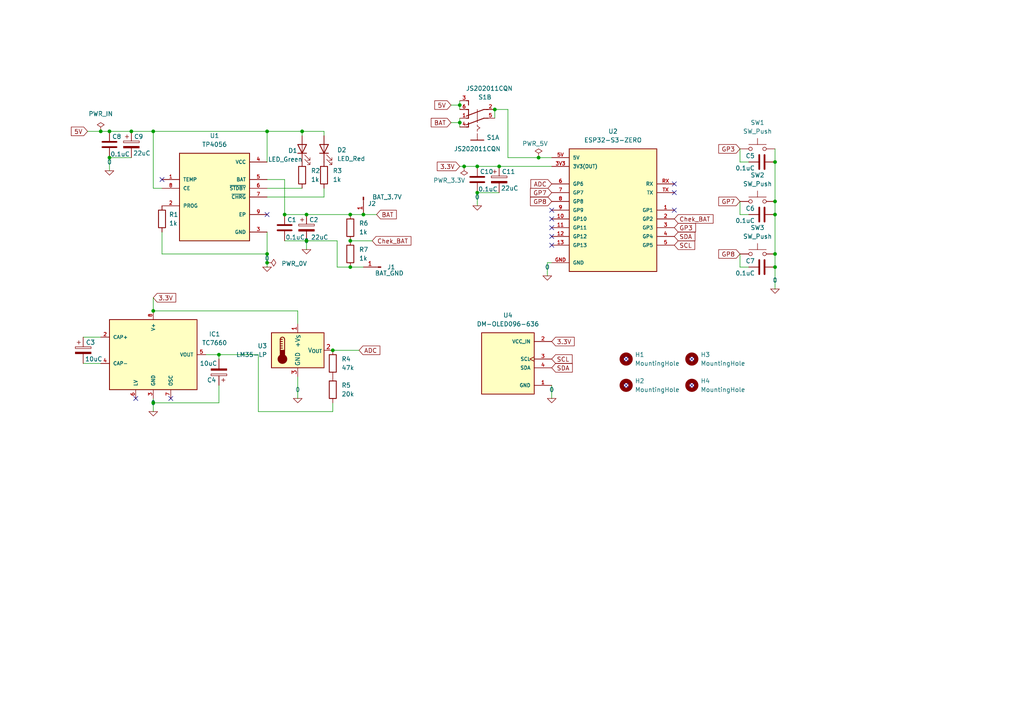
<source format=kicad_sch>
(kicad_sch (version 20231120) (generator "eeschema") (generator_version "8.0")
  (paper "A4")
  (lib_symbols
    (symbol "Connector:Conn_01x01_Pin" (pin_names (offset 1.016) hide)
      (property "Reference" "J" (at 0 2.54 0))
      (property "Value" "Conn_01x01_Pin" (at 0 -2.54 0))
      (symbol "Conn_01x01_Pin_1_1"
        (polyline (pts (xy 1.27 0) (xy 0.8636 0)) (stroke (width 0.1524)))
        (rectangle (start 0.8636 0.127) (end 0 -0.127) (stroke (width 0.1524)) (fill (type outline)))
        (pin passive line (at 5.08 0 180) (length 3.81) (name "Pin_1") (number "1"))
      )
    )
    (symbol "Device:C" (pin_numbers hide) (pin_names (offset 0.254))
      (property "Reference" "C" (at 0.635 2.54 0))
      (property "Value" "C" (at 0.635 -2.54 0))
      (symbol "C_0_1"
        (polyline (pts (xy -2.032 -0.762) (xy 2.032 -0.762)) (stroke (width 0.508)))
        (polyline (pts (xy -2.032 0.762) (xy 2.032 0.762)) (stroke (width 0.508)))
      )
      (symbol "C_1_1"
        (pin passive line (at 0 3.81 270) (length 2.794) (name "~") (number "1"))
        (pin passive line (at 0 -3.81 90) (length 2.794) (name "~") (number "2"))
      )
    )
    (symbol "Device:C_Polarized" (pin_numbers hide) (pin_names (offset 0.254))
      (property "Reference" "C" (at 0.635 2.54 0))
      (property "Value" "C_Polarized" (at 0.635 -2.54 0))
      (symbol "C_Polarized_0_1"
        (rectangle (start -2.286 0.508) (end 2.286 1.016))
        (polyline (pts (xy -1.778 2.286) (xy -0.762 2.286)))
        (polyline (pts (xy -1.27 2.794) (xy -1.27 1.778)))
        (rectangle (start 2.286 -0.508) (end -2.286 -1.016) (fill (type outline)))
      )
      (symbol "C_Polarized_1_1"
        (pin passive line (at 0 3.81 270) (length 2.794) (name "~") (number "1"))
        (pin passive line (at 0 -3.81 90) (length 2.794) (name "~") (number "2"))
      )
    )
    (symbol "Device:LED" (pin_numbers hide) (pin_names (offset 1.016) hide)
      (property "Reference" "D" (at 0 2.54 0))
      (property "Value" "LED" (at 0 -2.54 0))
      (symbol "LED_0_1"
        (polyline (pts (xy -1.27 -1.27) (xy -1.27 1.27)) (stroke (width 0.254)))
        (polyline (pts (xy -1.27 0) (xy 1.27 0)))
        (polyline (pts (xy 1.27 -1.27) (xy 1.27 1.27) (xy -1.27 0) (xy 1.27 -1.27)) (stroke (width 0.254)))
        (polyline (pts (xy -3.048 -0.762) (xy -4.572 -2.286) (xy -3.81 -2.286) (xy -4.572 -2.286) (xy -4.572 -1.524)))
        (polyline (pts (xy -1.778 -0.762) (xy -3.302 -2.286) (xy -2.54 -2.286) (xy -3.302 -2.286) (xy -3.302 -1.524)))
      )
      (symbol "LED_1_1"
        (pin passive line (at -3.81 0 0) (length 2.54) (name "K") (number "1"))
        (pin passive line (at 3.81 0 180) (length 2.54) (name "A") (number "2"))
      )
    )
    (symbol "Device:R" (pin_numbers hide) (pin_names (offset 0))
      (property "Reference" "R" (at 2.032 0 90))
      (property "Value" "R" (at 0 0 90))
      (symbol "R_0_1"
        (rectangle (start -1.016 -2.54) (end 1.016 2.54) (stroke (width 0.254)))
      )
      (symbol "R_1_1"
        (pin passive line (at 0 3.81 270) (length 1.27) (name "~") (number "1"))
        (pin passive line (at 0 -3.81 90) (length 1.27) (name "~") (number "2"))
      )
    )
    (symbol "Mechanical:MountingHole" (pin_names (offset 1.016)) (exclude_from_sim yes) (in_bom no)
      (property "Reference" "H" (at 0 5.08 0))
      (property "Value" "MountingHole" (at 0 3.175 0))
      (symbol "MountingHole_0_1"
        (circle (center 0 0) (radius 1.27) (stroke (width 1.27)))
      )
    )
    (symbol "OLED:DM-OLED096-636" (pin_names (offset 1.016))
      (property "Reference" "U" (at -7.62 10.922 0))
      (property "Value" "DM-OLED096-636" (at -7.62 -10.16 0))
      (symbol "DM-OLED096-636_0_0"
        (rectangle (start -7.62 -7.62) (end 7.62 10.16) (stroke (width 0.254)) (fill (type background)))
        (pin power_in line (at 12.7 -5.08 180) (length 5.08) (name "GND") (number "1"))
        (pin power_in line (at 12.7 7.62 180) (length 5.08) (name "VCC_IN") (number "2"))
        (pin input clock (at 12.7 2.54 180) (length 5.08) (name "SCL") (number "3"))
        (pin bidirectional line (at 12.7 0 180) (length 5.08) (name "SDA") (number "4"))
      )
    )
    (symbol "Sensor_Temperature:LM35-LP"
      (property "Reference" "U" (at -6.35 6.35 0))
      (property "Value" "LM35-LP" (at 1.27 6.35 0))
      (symbol "LM35-LP_0_1"
        (rectangle (start -7.62 5.08) (end 7.62 -5.08) (stroke (width 0.254)) (fill (type background)))
        (circle (center -4.445 -2.54) (radius 1.27) (stroke (width 0.254)) (fill (type outline)))
        (rectangle (start -3.81 -1.905) (end -5.08 0) (stroke (width 0.254)) (fill (type outline)))
        (arc (start -3.81 3.175) (mid -4.445 3.8073) (end -5.08 3.175) (stroke (width 0.254)))
        (polyline (pts (xy -5.08 0.635) (xy -4.445 0.635)) (stroke (width 0.254)))
        (polyline (pts (xy -5.08 1.27) (xy -4.445 1.27)) (stroke (width 0.254)))
        (polyline (pts (xy -5.08 1.905) (xy -4.445 1.905)) (stroke (width 0.254)))
        (polyline (pts (xy -5.08 2.54) (xy -4.445 2.54)) (stroke (width 0.254)))
        (polyline (pts (xy -5.08 3.175) (xy -5.08 0)) (stroke (width 0.254)))
        (polyline (pts (xy -5.08 3.175) (xy -4.445 3.175)) (stroke (width 0.254)))
        (polyline (pts (xy -3.81 3.175) (xy -3.81 0)) (stroke (width 0.254)))
      )
      (symbol "LM35-LP_1_1"
        (pin power_in line (at 0 7.62 270) (length 2.54) (name "+V_{S}") (number "1"))
        (pin output line (at 10.16 0 180) (length 2.54) (name "V_{OUT}") (number "2"))
        (pin power_in line (at 0 -7.62 90) (length 2.54) (name "GND") (number "3"))
      )
    )
    (symbol "Simulation_SPICE:0" (power) (pin_numbers hide) (pin_names (offset 0) hide)
      (property "Value" "0" (at 0 -2.54 0))
      (symbol "0_0_1"
        (polyline (pts (xy -1.27 0) (xy 0 -1.27) (xy 1.27 0) (xy -1.27 0)))
      )
      (symbol "0_1_1"
        (pin power_in line (at 0 0 0) (length 0) (name "~") (number "1"))
      )
    )
    (symbol "Switch:SW_Push" (pin_numbers hide) (pin_names (offset 1.016) hide)
      (property "Reference" "SW" (at 1.27 2.54 0))
      (property "Value" "SW_Push" (at 0 -1.524 0))
      (symbol "SW_Push_0_1"
        (circle (center -2.032 0) (radius 0.508))
        (polyline (pts (xy 0 1.27) (xy 0 3.048)))
        (polyline (pts (xy 2.54 1.27) (xy -2.54 1.27)))
        (circle (center 2.032 0) (radius 0.508))
        (pin passive line (at -5.08 0 0) (length 2.54) (name "1") (number "1"))
        (pin passive line (at 5.08 0 180) (length 2.54) (name "2") (number "2"))
      )
    )
    (symbol "TC7660:TC7660" (pin_names (offset 1.016))
      (property "Reference" "IC" (at -12.7124 12.7124 0))
      (property "Value" "TC7660" (at 2.5439 12.7196 0))
      (symbol "TC7660_0_0"
        (rectangle (start -12.7 -10.16) (end 12.7 10.16) (stroke (width 0.254)) (fill (type background)))
        (pin bidirectional line (at -15.24 5.08 0) (length 2.54) (name "CAP+") (number "2"))
        (pin bidirectional line (at 0 -12.7 90) (length 2.54) (name "GND") (number "3"))
        (pin bidirectional line (at -15.24 -2.54 0) (length 2.54) (name "CAP-") (number "4"))
        (pin bidirectional line (at 15.24 0 180) (length 2.54) (name "VOUT") (number "5"))
        (pin bidirectional line (at -5.08 -12.7 90) (length 2.54) (name "LV") (number "6"))
        (pin bidirectional line (at 5.08 -12.7 90) (length 2.54) (name "OSC") (number "7"))
        (pin bidirectional line (at 0 12.7 270) (length 2.54) (name "V+") (number "8"))
      )
    )
    (symbol "TP4056_IC:TP4056" (pin_names (offset 1.016))
      (property "Reference" "U" (at -10.16 13.208 0))
      (property "Value" "TP4056" (at -10.16 -15.24 0))
      (symbol "TP4056_0_0"
        (rectangle (start -10.16 -12.7) (end 10.16 12.7) (stroke (width 0.254)) (fill (type background)))
        (pin input line (at -15.24 5.08 0) (length 5.08) (name "TEMP") (number "1"))
        (pin bidirectional line (at -15.24 -2.54 0) (length 5.08) (name "PROG") (number "2"))
        (pin power_in line (at 15.24 -10.16 180) (length 5.08) (name "GND") (number "3"))
        (pin power_in line (at 15.24 10.16 180) (length 5.08) (name "VCC") (number "4"))
        (pin output line (at 15.24 5.08 180) (length 5.08) (name "BAT") (number "5"))
        (pin output line (at 15.24 2.54 180) (length 5.08) (name "~{STDBY}") (number "6"))
        (pin output line (at 15.24 0 180) (length 5.08) (name "~{CHRG}") (number "7"))
        (pin input line (at -15.24 2.54 0) (length 5.08) (name "CE") (number "8"))
        (pin passive line (at 15.24 -5.08 180) (length 5.08) (name "EP") (number "9"))
      )
    )
    (symbol "esp32s3Zero:ESP32-S3-ZERO" (pin_names (offset 1.016))
      (property "Reference" "U" (at -12.7 18.542 0))
      (property "Value" "ESP32-S3-ZERO" (at -12.7 -20.32 0))
      (symbol "ESP32-S3-ZERO_0_0"
        (pin bidirectional line (at -17.78 0 0) (length 5.08) (name "GP1") (number "1"))
        (pin bidirectional line (at 17.78 -2.54 180) (length 5.08) (name "GP10") (number "10"))
        (pin bidirectional line (at 17.78 -5.08 180) (length 5.08) (name "GP11") (number "11"))
        (pin bidirectional line (at 17.78 -7.62 180) (length 5.08) (name "GP12") (number "12"))
        (pin bidirectional line (at 17.78 -10.16 180) (length 5.08) (name "GP13") (number "13"))
        (pin bidirectional line (at -17.78 -2.54 0) (length 5.08) (name "GP2") (number "2"))
        (pin bidirectional line (at -17.78 -5.08 0) (length 5.08) (name "GP3") (number "3"))
        (pin power_in line (at 17.78 12.7 180) (length 5.08) (name "3V3(OUT)") (number "3V3"))
        (pin bidirectional line (at -17.78 -7.62 0) (length 5.08) (name "GP4") (number "4"))
        (pin bidirectional line (at -17.78 -10.16 0) (length 5.08) (name "GP5") (number "5"))
        (pin power_in line (at 17.78 15.24 180) (length 5.08) (name "5V") (number "5V"))
        (pin bidirectional line (at 17.78 7.62 180) (length 5.08) (name "GP6") (number "6"))
        (pin bidirectional line (at 17.78 5.08 180) (length 5.08) (name "GP7") (number "7"))
        (pin bidirectional line (at 17.78 2.54 180) (length 5.08) (name "GP8") (number "8"))
        (pin bidirectional line (at 17.78 0 180) (length 5.08) (name "GP9") (number "9"))
        (pin power_in line (at 17.78 -15.24 180) (length 5.08) (name "GND") (number "GND"))
        (pin input line (at -17.78 7.62 0) (length 5.08) (name "RX") (number "RX"))
        (pin output line (at -17.78 5.08 0) (length 5.08) (name "TX") (number "TX"))
      )
      (symbol "ESP32-S3-ZERO_1_0"
        (rectangle (start -12.7 17.78) (end 12.7 -17.78) (stroke (width 0.254)) (fill (type background)))
      )
    )
    (symbol "power:PWR_FLAG" (power) (pin_numbers hide) (pin_names (offset 0) hide)
      (property "Value" "PWR_FLAG" (at 0 3.81 0))
      (symbol "PWR_FLAG_0_0"
        (pin power_out line (at 0 0 90) (length 0) (name "~") (number "1"))
      )
      (symbol "PWR_FLAG_0_1"
        (polyline (pts (xy 0 0) (xy 0 1.27) (xy -1.016 1.905) (xy 0 2.54) (xy 1.016 1.905) (xy 0 1.27)))
      )
    )
    (symbol "switch_JS202011CQN:JS202011CQN" (pin_names (offset 1.016))
      (property "Reference" "S" (at 0 0 0))
      (property "Value" "JS202011CQN" (at -3.8134 3.1778 90))
      (symbol "JS202011CQN_1_0"
        (polyline (pts (xy -3.81 0) (xy -3.81 -1.905)) (stroke (width 0.254)))
        (polyline (pts (xy -3.81 0) (xy -1.905 0)) (stroke (width 0.1524)))
        (polyline (pts (xy -3.81 1.905) (xy -3.81 0)) (stroke (width 0.254)))
        (polyline (pts (xy -1.27 0) (xy -0.762 0)) (stroke (width 0.1524)))
        (polyline (pts (xy -0.762 0) (xy -0.254 -0.762)) (stroke (width 0.1524)))
        (polyline (pts (xy -0.254 -0.762) (xy 0.254 0)) (stroke (width 0.1524)))
        (polyline (pts (xy 0 2.54) (xy 0 3.175)) (stroke (width 0.254)))
        (polyline (pts (xy 0 2.54) (xy 1.27 2.54)) (stroke (width 0.254)))
        (polyline (pts (xy 0.254 0) (xy 0.635 0)) (stroke (width 0.1524)))
        (polyline (pts (xy 1.27 0) (xy 2.54 0)) (stroke (width 0.1524)))
        (polyline (pts (xy 2.54 -3.175) (xy 2.54 -1.905)) (stroke (width 0.254)))
        (polyline (pts (xy 2.54 -1.905) (xy 0.635 3.175)) (stroke (width 0.254)))
        (polyline (pts (xy 3.175 0) (xy 3.81 0)) (stroke (width 0.1524)))
        (polyline (pts (xy 3.81 2.54) (xy 5.08 2.54)) (stroke (width 0.254)))
        (polyline (pts (xy 4.445 0) (xy 5.08 0)) (stroke (width 0.1524)))
        (polyline (pts (xy 5.08 2.54) (xy 5.08 3.175)) (stroke (width 0.254)))
        (pin passive line (at 0 5.08 270) (length 2.54) (name "~") (number "4"))
        (pin passive line (at 2.54 -5.08 90) (length 2.54) (name "~") (number "5"))
        (pin passive line (at 5.08 5.08 270) (length 2.54) (name "~") (number "6"))
      )
      (symbol "JS202011CQN_2_0"
        (polyline (pts (xy -3.175 0) (xy -3.81 0)) (stroke (width 0.1524)))
        (polyline (pts (xy -2.54 2.54) (xy -2.54 3.175)) (stroke (width 0.254)))
        (polyline (pts (xy -2.54 2.54) (xy -1.27 2.54)) (stroke (width 0.254)))
        (polyline (pts (xy -1.905 0) (xy -2.54 0)) (stroke (width 0.1524)))
        (polyline (pts (xy -0.635 0) (xy -1.27 0)) (stroke (width 0.1524)))
        (polyline (pts (xy 0 -3.175) (xy 0 -1.905)) (stroke (width 0.254)))
        (polyline (pts (xy 0 -1.905) (xy -1.905 3.175)) (stroke (width 0.254)))
        (polyline (pts (xy 1.27 2.54) (xy 2.54 2.54)) (stroke (width 0.254)))
        (polyline (pts (xy 2.54 2.54) (xy 2.54 3.175)) (stroke (width 0.254)))
        (pin passive line (at -2.54 5.08 270) (length 2.54) (name "~") (number "1"))
        (pin passive line (at 0 -5.08 90) (length 2.54) (name "~") (number "2"))
        (pin passive line (at 2.54 5.08 270) (length 2.54) (name "~") (number "3"))
      )
    )
  )
  (junction (at 134.62 48.26))
  (junction (at 44.45 90.17))
  (junction (at 224.79 62.23))
  (junction (at 88.9 69.85))
  (junction (at 144.78 48.26))
  (junction (at 133.35 30.48))
  (junction (at 77.47 73.66))
  (junction (at 224.79 77.47))
  (junction (at 88.9 62.23))
  (junction (at 105.41 62.23))
  (junction (at 87.63 38.1))
  (junction (at 143.51 31.75))
  (junction (at 138.43 55.88))
  (junction (at 82.55 62.23))
  (junction (at 29.21 38.1))
  (junction (at 101.6 62.23))
  (junction (at 133.35 35.56))
  (junction (at 31.75 38.1))
  (junction (at 38.1 38.1))
  (junction (at 138.43 48.26))
  (junction (at 156.21 45.72))
  (junction (at 44.45 38.1))
  (junction (at 77.47 38.1))
  (junction (at 63.5 102.87))
  (junction (at 31.75 45.72))
  (junction (at 224.79 73.66))
  (junction (at 96.52 101.6))
  (junction (at 101.6 69.85))
  (junction (at 101.6 77.47))
  (junction (at 77.47 76.2))
  (junction (at 224.79 46.99))
  (junction (at 224.79 58.42))
  (junction (at 44.45 116.84))
  (no_connect (at 39.37 115.57))
  (no_connect (at 160.02 60.96))
  (no_connect (at 160.02 63.5))
  (no_connect (at 195.58 60.96))
  (no_connect (at 181.61 104.14))
  (no_connect (at 77.47 62.23))
  (no_connect (at 49.53 115.57))
  (no_connect (at 160.02 66.04))
  (no_connect (at 195.58 53.34))
  (no_connect (at 160.02 71.12))
  (no_connect (at 200.66 104.14))
  (no_connect (at 200.66 111.76))
  (no_connect (at 160.02 68.58))
  (no_connect (at 181.61 111.76))
  (no_connect (at 46.99 52.07))
  (no_connect (at 195.58 55.88))
  (wire (pts (xy 44.45 116.84) (xy 44.45 115.57)))
  (wire (pts (xy 86.36 90.17) (xy 86.36 93.98)))
  (wire (pts (xy 82.55 62.23) (xy 88.9 62.23)))
  (wire (pts (xy 224.79 43.18) (xy 224.79 46.99)))
  (wire (pts (xy 133.35 48.26) (xy 134.62 48.26)))
  (wire (pts (xy 138.43 55.88) (xy 144.78 55.88)))
  (wire (pts (xy 44.45 116.84) (xy 63.5 116.84)))
  (wire (pts (xy 160.02 115.57) (xy 160.02 111.76)))
  (wire (pts (xy 97.79 77.47) (xy 101.6 77.47)))
  (wire (pts (xy 224.79 46.99) (xy 224.79 58.42)))
  (wire (pts (xy 224.79 62.23) (xy 224.79 73.66)))
  (wire (pts (xy 105.41 77.47) (xy 101.6 77.47)))
  (wire (pts (xy 217.17 62.23) (xy 214.63 62.23)))
  (wire (pts (xy 104.14 101.6) (xy 96.52 101.6)))
  (wire (pts (xy 59.69 102.87) (xy 63.5 102.87)))
  (wire (pts (xy 138.43 59.69) (xy 138.43 55.88)))
  (wire (pts (xy 97.79 69.85) (xy 88.9 69.85)))
  (wire (pts (xy 156.21 45.72) (xy 147.32 45.72)))
  (wire (pts (xy 77.47 54.61) (xy 87.63 54.61)))
  (wire (pts (xy 24.13 97.79) (xy 29.21 97.79)))
  (wire (pts (xy 217.17 46.99) (xy 214.63 46.99)))
  (wire (pts (xy 158.75 76.2) (xy 160.02 76.2)))
  (wire (pts (xy 82.55 52.07) (xy 82.55 62.23)))
  (wire (pts (xy 101.6 62.23) (xy 88.9 62.23)))
  (wire (pts (xy 44.45 90.17) (xy 86.36 90.17)))
  (wire (pts (xy 147.32 31.75) (xy 143.51 31.75)))
  (wire (pts (xy 87.63 38.1) (xy 93.98 38.1)))
  (wire (pts (xy 93.98 38.1) (xy 93.98 39.37)))
  (wire (pts (xy 24.13 105.41) (xy 29.21 105.41)))
  (wire (pts (xy 63.5 102.87) (xy 74.93 102.87)))
  (wire (pts (xy 31.75 49.53) (xy 31.75 45.72)))
  (wire (pts (xy 224.79 58.42) (xy 224.79 62.23)))
  (wire (pts (xy 224.79 77.47) (xy 224.79 83.82)))
  (wire (pts (xy 105.41 62.23) (xy 109.22 62.23)))
  (wire (pts (xy 101.6 62.23) (xy 105.41 62.23)))
  (wire (pts (xy 88.9 72.39) (xy 88.9 69.85)))
  (wire (pts (xy 63.5 116.84) (xy 63.5 111.76)))
  (wire (pts (xy 44.45 86.36) (xy 44.45 90.17)))
  (wire (pts (xy 87.63 38.1) (xy 77.47 38.1)))
  (wire (pts (xy 46.99 73.66) (xy 77.47 73.66)))
  (wire (pts (xy 31.75 38.1) (xy 38.1 38.1)))
  (wire (pts (xy 133.35 29.21) (xy 133.35 30.48)))
  (wire (pts (xy 87.63 39.37) (xy 87.63 38.1)))
  (wire (pts (xy 107.95 69.85) (xy 101.6 69.85)))
  (wire (pts (xy 133.35 30.48) (xy 133.35 31.75)))
  (wire (pts (xy 97.79 69.85) (xy 97.79 77.47)))
  (wire (pts (xy 82.55 69.85) (xy 88.9 69.85)))
  (wire (pts (xy 93.98 57.15) (xy 77.47 57.15)))
  (wire (pts (xy 130.81 35.56) (xy 133.35 35.56)))
  (wire (pts (xy 77.47 38.1) (xy 77.47 46.99)))
  (wire (pts (xy 46.99 54.61) (xy 44.45 54.61)))
  (wire (pts (xy 214.63 77.47) (xy 214.63 73.66)))
  (wire (pts (xy 63.5 102.87) (xy 63.5 104.14)))
  (wire (pts (xy 96.52 119.38) (xy 96.52 116.84)))
  (wire (pts (xy 44.45 54.61) (xy 44.45 38.1)))
  (wire (pts (xy 29.21 38.1) (xy 31.75 38.1)))
  (wire (pts (xy 44.45 119.38) (xy 44.45 116.84)))
  (wire (pts (xy 77.47 76.2) (xy 77.47 77.47)))
  (wire (pts (xy 77.47 67.31) (xy 77.47 73.66)))
  (wire (pts (xy 143.51 31.75) (xy 143.51 34.29)))
  (wire (pts (xy 44.45 38.1) (xy 77.47 38.1)))
  (wire (pts (xy 138.43 48.26) (xy 144.78 48.26)))
  (wire (pts (xy 224.79 73.66) (xy 224.79 77.47)))
  (wire (pts (xy 74.93 119.38) (xy 96.52 119.38)))
  (wire (pts (xy 25.4 38.1) (xy 29.21 38.1)))
  (wire (pts (xy 144.78 48.26) (xy 160.02 48.26)))
  (wire (pts (xy 74.93 102.87) (xy 74.93 119.38)))
  (wire (pts (xy 214.63 46.99) (xy 214.63 43.18)))
  (wire (pts (xy 160.02 45.72) (xy 156.21 45.72)))
  (wire (pts (xy 38.1 38.1) (xy 44.45 38.1)))
  (wire (pts (xy 133.35 34.29) (xy 133.35 35.56)))
  (wire (pts (xy 147.32 45.72) (xy 147.32 31.75)))
  (wire (pts (xy 158.75 80.01) (xy 158.75 76.2)))
  (wire (pts (xy 31.75 45.72) (xy 38.1 45.72)))
  (wire (pts (xy 93.98 54.61) (xy 93.98 57.15)))
  (wire (pts (xy 217.17 77.47) (xy 214.63 77.47)))
  (wire (pts (xy 77.47 73.66) (xy 77.47 76.2)))
  (wire (pts (xy 133.35 35.56) (xy 133.35 36.83)))
  (wire (pts (xy 46.99 67.31) (xy 46.99 73.66)))
  (wire (pts (xy 214.63 62.23) (xy 214.63 58.42)))
  (wire (pts (xy 86.36 115.57) (xy 86.36 109.22)))
  (wire (pts (xy 130.81 30.48) (xy 133.35 30.48)))
  (wire (pts (xy 77.47 52.07) (xy 82.55 52.07)))
  (wire (pts (xy 134.62 48.26) (xy 138.43 48.26)))
  (global_label "SCL" (shape input) (at 195.58 71.12 0) (property "Intersheetrefs" "${INTERSHEET_REFS}" (effects (hide yes))))
  (global_label "SDA" (shape input) (at 195.58 68.58 0) (property "Intersheetrefs" "${INTERSHEET_REFS}" (effects (hide yes))))
  (global_label "Chek_BAT" (shape input) (at 107.95 69.85 0) (property "Intersheetrefs" "${INTERSHEET_REFS}" (effects (hide yes))))
  (global_label "ADC" (shape input) (at 104.14 101.6 0) (property "Intersheetrefs" "${INTERSHEET_REFS}" (effects (hide yes))))
  (global_label "GP8" (shape input) (at 214.63 73.66 180) (property "Intersheetrefs" "${INTERSHEET_REFS}" (effects (hide yes))))
  (global_label "GP3" (shape input) (at 195.58 66.04 0) (property "Intersheetrefs" "${INTERSHEET_REFS}" (effects (hide yes))))
  (global_label "GP3" (shape input) (at 214.63 43.18 180) (property "Intersheetrefs" "${INTERSHEET_REFS}" (effects (hide yes))))
  (global_label "5V" (shape input) (at 25.4 38.1 180) (property "Intersheetrefs" "${INTERSHEET_REFS}" (effects (hide yes))))
  (global_label "5V" (shape input) (at 130.81 30.48 180) (property "Intersheetrefs" "${INTERSHEET_REFS}" (effects (hide yes))))
  (global_label "SCL" (shape input) (at 160.02 104.14 0) (property "Intersheetrefs" "${INTERSHEET_REFS}" (effects (hide yes))))
  (global_label "3.3V" (shape input) (at 44.45 86.36 0) (property "Intersheetrefs" "${INTERSHEET_REFS}" (effects (hide yes))))
  (global_label "GP7" (shape input) (at 214.63 58.42 180) (property "Intersheetrefs" "${INTERSHEET_REFS}" (effects (hide yes))))
  (global_label "3.3V" (shape input) (at 160.02 99.06 0) (property "Intersheetrefs" "${INTERSHEET_REFS}" (effects (hide yes))))
  (global_label "ADC" (shape input) (at 160.02 53.34 180) (property "Intersheetrefs" "${INTERSHEET_REFS}" (effects (hide yes))))
  (global_label "BAT" (shape input) (at 130.81 35.56 180) (property "Intersheetrefs" "${INTERSHEET_REFS}" (effects (hide yes))))
  (global_label "BAT" (shape input) (at 109.22 62.23 0) (property "Intersheetrefs" "${INTERSHEET_REFS}" (effects (hide yes))))
  (global_label "Chek_BAT" (shape input) (at 195.58 63.5 0) (property "Intersheetrefs" "${INTERSHEET_REFS}" (effects (hide yes))))
  (global_label "3.3V" (shape input) (at 133.35 48.26 180) (property "Intersheetrefs" "${INTERSHEET_REFS}" (effects (hide yes))))
  (global_label "GP8" (shape input) (at 160.02 58.42 180) (property "Intersheetrefs" "${INTERSHEET_REFS}" (effects (hide yes))))
  (global_label "GP7" (shape input) (at 160.02 55.88 180) (property "Intersheetrefs" "${INTERSHEET_REFS}" (effects (hide yes))))
  (global_label "SDA" (shape input) (at 160.02 106.68 0) (property "Intersheetrefs" "${INTERSHEET_REFS}" (effects (hide yes))))
  (symbol (lib_id "esp32s3Zero:ESP32-S3-ZERO") (at 177.8 60.96 0) (mirror y) (unit 1)
    (property "Reference" "U2" (at 177.8 38.1 0))
    (property "Value" "ESP32-S3-ZERO" (at 177.8 40.64 0))
    (property "Footprint" "esp32s3Zero:MODULE_ESP32-S3-ZERO" (effects (hide yes)))
    (property "MF" "Waveshare Electronics" (effects (hide yes)))
    (property "MAXIMUM_PACKAGE_HEIGHT" "4.35mm" (effects (hide yes)))
    (property "CREATOR" "ANA" (effects (hide yes)))
    (property "Price" "None" (effects (hide yes)))
    (property "Package" "None" (effects (hide yes)))
    (property "Check_prices" "https://www.snapeda.com/parts/ESP32-S3-Zero/Waveshare+Electronics/view-part/?ref=eda" (effects (hide yes)))
    (property "STANDARD" "Manufacturer Recommendations" (effects (hide yes)))
    (property "PARTREV" "NA" (effects (hide yes)))
    (property "VERIFIER" "RODRIGO" (effects (hide yes)))
    (property "SnapEDA_Link" "https://www.snapeda.com/parts/ESP32-S3-Zero/Waveshare+Electronics/view-part/?ref=snap" (effects (hide yes)))
    (property "MP" "ESP32-S3-Zero" (effects (hide yes)))
    (property "Description_1" "\n                        \n                            ESP32-S3 Mini Development Board, Based on ESP32-S3FH4R2 Dual-Core Processor, 240MHz Running Frequency, 2.4GHz Wi-Fi & Bluetooth 5\n                        \n" (effects (hide yes)))
    (property "Availability" "Not in stock" (effects (hide yes)))
    (property "MANUFACTURER" "Waveshare" (effects (hide yes)))
  )
  (symbol (lib_id "Device:LED") (at 93.98 43.18 90) (unit 1)
    (property "Reference" "D2" (at 97.79 43.4974 90) (effects (justify right)))
    (property "Value" "LED_Red" (at 97.79 46.0374 90) (effects (justify right)))
    (property "Footprint" "LED_SMD:LED_0603_1608Metric_Pad1.05x0.95mm_HandSolder" (effects (hide yes)))
    (property "Description" "Light emitting diode" (effects (hide yes)))
  )
  (symbol (lib_id "Switch:SW_Push") (at 219.71 73.66 0) (unit 1)
    (property "Reference" "SW3" (at 219.71 66.04 0))
    (property "Value" "SW_Push" (at 219.71 68.58 0))
    (property "Footprint" "SW_Push:SW_TH_Tactile_Omron_B3F-10xx" (effects (hide yes)))
    (property "Description" "Push button switch, generic, two pins" (effects (hide yes)))
  )
  (symbol (lib_id "Sensor_Temperature:LM35-LP") (at 86.36 101.6 0) (unit 1)
    (property "Reference" "U3" (at 77.47 100.3299 0) (effects (justify right)))
    (property "Value" "LM35-LP" (at 77.47 102.8699 0) (effects (justify right)))
    (property "Footprint" "Package_TO_SOT_THT:TO-92" (effects (hide yes)))
    (property "Datasheet" "http://www.ti.com/lit/ds/symlink/lm35.pdf" (effects (hide yes)))
    (property "Description" "Precision centigrade temperature sensor, TO-92" (effects (hide yes)))
  )
  (symbol (lib_id "Device:C") (at 220.98 46.99 90) (unit 1)
    (property "Reference" "C5" (at 218.948 45.212 90) (effects (justify left)))
    (property "Value" "0.1uC" (at 218.948 48.768 90) (effects (justify left)))
    (property "Footprint" "Capacitor_SMD:C_0805_2012Metric" (effects (hide yes)))
    (property "Description" "Unpolarized capacitor" (effects (hide yes)))
  )
  (symbol (lib_id "Simulation_SPICE:0") (at 138.43 59.69 0) (unit 1)
    (property "Reference" "#GND09" (effects (hide yes)))
    (property "Value" "0" (at 138.43 57.15 0))
    (property "Datasheet" "https://ngspice.sourceforge.io/docs/ngspice-html-manual/manual.xhtml#subsec_Circuit_elements__device" (effects (hide yes)))
    (property "Description" "0V reference potential for simulation" (effects (hide yes)))
  )
  (symbol (lib_id "power:PWR_FLAG") (at 29.21 38.1 0) (unit 1)
    (property "Reference" "#FLG01" (effects (hide yes)))
    (property "Value" "PWR_IN" (at 29.21 33.02 0))
    (property "Description" "Special symbol for telling ERC where power comes from" (effects (hide yes)))
  )
  (symbol (lib_id "Device:C") (at 82.55 66.04 0) (unit 1)
    (property "Reference" "C1" (at 83.312 63.754 0) (effects (justify left)))
    (property "Value" "0.1uC" (at 82.804 68.834 0) (effects (justify left)))
    (property "Footprint" "Capacitor_SMD:C_0805_2012Metric" (effects (hide yes)))
    (property "Description" "Unpolarized capacitor" (effects (hide yes)))
  )
  (symbol (lib_id "Device:R") (at 93.98 50.8 0) (unit 1)
    (property "Reference" "R3" (at 96.52 49.5299 0) (effects (justify left)))
    (property "Value" "1k" (at 96.52 52.0699 0) (effects (justify left)))
    (property "Footprint" "LED_SMD:LED_0603_1608Metric_Pad1.05x0.95mm_HandSolder" (effects (hide yes)))
    (property "Description" "Resistor" (effects (hide yes)))
  )
  (symbol (lib_id "Device:C_Polarized") (at 144.78 52.07 0) (unit 1)
    (property "Reference" "C11" (at 145.542 49.784 0) (effects (justify left)))
    (property "Value" "22uC" (at 145.288 54.61 0) (effects (justify left)))
    (property "Footprint" "Capacitor_THT:CP_Radial_D5.0mm_P2.00mm" (effects (hide yes)))
    (property "Description" "Polarized capacitor" (effects (hide yes)))
  )
  (symbol (lib_id "Device:R") (at 96.52 105.41 0) (unit 1)
    (property "Reference" "R4" (at 99.06 104.1399 0) (effects (justify left)))
    (property "Value" "47k" (at 99.06 106.6799 0) (effects (justify left)))
    (property "Footprint" "Resistor_THT:R_Axial_DIN0207_L6.3mm_D2.5mm_P10.16mm_Horizontal" (effects (hide yes)))
    (property "Description" "Resistor" (effects (hide yes)))
  )
  (symbol (lib_id "Device:C_Polarized") (at 88.9 66.04 0) (unit 1)
    (property "Reference" "C2" (at 89.662 63.754 0) (effects (justify left)))
    (property "Value" "22uC" (at 90.17 68.834 0) (effects (justify left)))
    (property "Footprint" "Capacitor_THT:CP_Radial_D5.0mm_P2.00mm" (effects (hide yes)))
    (property "Description" "Polarized capacitor" (effects (hide yes)))
  )
  (symbol (lib_id "power:PWR_FLAG") (at 134.62 48.26 0) (mirror x) (unit 1)
    (property "Reference" "#FLG02" (effects (hide yes)))
    (property "Value" "PWR_3.3V" (at 130.302 52.324 0))
    (property "Description" "Special symbol for telling ERC where power comes from" (effects (hide yes)))
  )
  (symbol (lib_id "switch_JS202011CQN:JS202011CQN") (at 138.43 31.75 90) (unit 2)
    (property "Reference" "S1" (at 138.684 28.194 90) (effects (justify right)))
    (property "Value" "JS202011CQN" (at 135.128 25.654 90) (effects (justify right)))
    (property "Footprint" "JS202011CQN:JS202011CQN" (effects (hide yes)))
    (property "MF" "C&K" (effects (hide yes)))
    (property "Description_1" "\n                        \n                            Switch, Slide, DPDT, ON-ON, Top Slide, 300mA, 6VDC, ThruHole, PC Pin | C&K JS202011CQN\n                        \n" (effects (hide yes)))
    (property "Package" "None" (effects (hide yes)))
    (property "Price" "None" (effects (hide yes)))
    (property "SnapEDA_Link" "https://www.snapeda.com/parts/JS202011CQN/C%2526K/view-part/?ref=snap" (effects (hide yes)))
    (property "MP" "JS202011CQN" (effects (hide yes)))
    (property "Availability" "In Stock" (effects (hide yes)))
    (property "Check_prices" "https://www.snapeda.com/parts/JS202011CQN/C%2526K/view-part/?ref=eda" (effects (hide yes)))
  )
  (symbol (lib_id "Device:C_Polarized") (at 63.5 107.95 180) (unit 1)
    (property "Reference" "C4" (at 62.738 110.236 0) (effects (justify left)))
    (property "Value" "10uC" (at 62.992 105.41 0) (effects (justify left)))
    (property "Footprint" "Capacitor_THT:CP_Radial_D5.0mm_P2.00mm" (effects (hide yes)))
    (property "Description" "Polarized capacitor" (effects (hide yes)))
  )
  (symbol (lib_id "Simulation_SPICE:0") (at 224.79 83.82 0) (unit 1)
    (property "Reference" "#GND07" (effects (hide yes)))
    (property "Value" "0" (at 224.79 81.28 0))
    (property "Datasheet" "https://ngspice.sourceforge.io/docs/ngspice-html-manual/manual.xhtml#subsec_Circuit_elements__device" (effects (hide yes)))
    (property "Description" "0V reference potential for simulation" (effects (hide yes)))
  )
  (symbol (lib_id "Simulation_SPICE:0") (at 158.75 80.01 0) (unit 1)
    (property "Reference" "#GND04" (effects (hide yes)))
    (property "Value" "0" (at 158.75 77.47 0))
    (property "Datasheet" "https://ngspice.sourceforge.io/docs/ngspice-html-manual/manual.xhtml#subsec_Circuit_elements__device" (effects (hide yes)))
    (property "Description" "0V reference potential for simulation" (effects (hide yes)))
  )
  (symbol (lib_id "Device:C_Polarized") (at 24.13 101.6 0) (unit 1)
    (property "Reference" "C3" (at 24.892 99.314 0) (effects (justify left)))
    (property "Value" "10uC" (at 24.638 104.14 0) (effects (justify left)))
    (property "Footprint" "Capacitor_THT:CP_Radial_D5.0mm_P2.00mm" (effects (hide yes)))
    (property "Description" "Polarized capacitor" (effects (hide yes)))
  )
  (symbol (lib_id "Device:C") (at 220.98 77.47 90) (unit 1)
    (property "Reference" "C7" (at 218.948 75.692 90) (effects (justify left)))
    (property "Value" "0.1uC" (at 218.948 79.248 90) (effects (justify left)))
    (property "Footprint" "Capacitor_SMD:C_0805_2012Metric" (effects (hide yes)))
    (property "Description" "Unpolarized capacitor" (effects (hide yes)))
  )
  (symbol (lib_id "Mechanical:MountingHole") (at 200.66 111.76 0) (unit 1) (exclude_from_sim yes) (in_bom no)
    (property "Reference" "H4" (at 203.2 110.4899 0) (effects (justify left)))
    (property "Value" "MountingHole" (at 203.2 113.0299 0) (effects (justify left)))
    (property "Footprint" "MountingHole:MountingHole_3.2mm_M3" (effects (hide yes)))
    (property "Description" "Mounting Hole without connection" (effects (hide yes)))
  )
  (symbol (lib_id "Simulation_SPICE:0") (at 77.47 77.47 0) (unit 1)
    (property "Reference" "#GND02" (effects (hide yes)))
    (property "Value" "0" (at 77.47 74.93 0))
    (property "Datasheet" "https://ngspice.sourceforge.io/docs/ngspice-html-manual/manual.xhtml#subsec_Circuit_elements__device" (effects (hide yes)))
    (property "Description" "0V reference potential for simulation" (effects (hide yes)))
  )
  (symbol (lib_id "Device:R") (at 96.52 113.03 0) (unit 1)
    (property "Reference" "R5" (at 99.06 111.7599 0) (effects (justify left)))
    (property "Value" "20k" (at 99.06 114.2999 0) (effects (justify left)))
    (property "Footprint" "Resistor_THT:R_Axial_DIN0207_L6.3mm_D2.5mm_P10.16mm_Horizontal" (effects (hide yes)))
    (property "Description" "Resistor" (effects (hide yes)))
  )
  (symbol (lib_id "Switch:SW_Push") (at 219.71 58.42 0) (unit 1)
    (property "Reference" "SW2" (at 219.71 50.8 0))
    (property "Value" "SW_Push" (at 219.71 53.34 0))
    (property "Footprint" "SW_Push:SW_TH_Tactile_Omron_B3F-10xx" (effects (hide yes)))
    (property "Description" "Push button switch, generic, two pins" (effects (hide yes)))
  )
  (symbol (lib_id "Mechanical:MountingHole") (at 181.61 104.14 0) (unit 1) (exclude_from_sim yes) (in_bom no)
    (property "Reference" "H1" (at 184.15 102.8699 0) (effects (justify left)))
    (property "Value" "MountingHole" (at 184.15 105.4099 0) (effects (justify left)))
    (property "Footprint" "MountingHole:MountingHole_3.2mm_M3" (effects (hide yes)))
    (property "Description" "Mounting Hole without connection" (effects (hide yes)))
  )
  (symbol (lib_id "Simulation_SPICE:0") (at 44.45 119.38 0) (unit 1)
    (property "Reference" "#GND05" (effects (hide yes)))
    (property "Value" "0" (at 44.45 116.84 0))
    (property "Datasheet" "https://ngspice.sourceforge.io/docs/ngspice-html-manual/manual.xhtml#subsec_Circuit_elements__device" (effects (hide yes)))
    (property "Description" "0V reference potential for simulation" (effects (hide yes)))
  )
  (symbol (lib_id "Device:C") (at 31.75 41.91 0) (unit 1)
    (property "Reference" "C8" (at 32.512 39.624 0) (effects (justify left)))
    (property "Value" "0.1uC" (at 32.004 44.704 0) (effects (justify left)))
    (property "Footprint" "Capacitor_SMD:C_0805_2012Metric" (effects (hide yes)))
    (property "Description" "Unpolarized capacitor" (effects (hide yes)))
  )
  (symbol (lib_id "Mechanical:MountingHole") (at 200.66 104.14 0) (unit 1) (exclude_from_sim yes) (in_bom no)
    (property "Reference" "H3" (at 203.2 102.8699 0) (effects (justify left)))
    (property "Value" "MountingHole" (at 203.2 105.4099 0) (effects (justify left)))
    (property "Footprint" "MountingHole:MountingHole_3.2mm_M3" (effects (hide yes)))
    (property "Description" "Mounting Hole without connection" (effects (hide yes)))
  )
  (symbol (lib_id "Device:C_Polarized") (at 38.1 41.91 0) (unit 1)
    (property "Reference" "C9" (at 38.862 39.624 0) (effects (justify left)))
    (property "Value" "22uC" (at 38.608 44.45 0) (effects (justify left)))
    (property "Footprint" "Capacitor_THT:CP_Radial_D5.0mm_P2.00mm" (effects (hide yes)))
    (property "Description" "Polarized capacitor" (effects (hide yes)))
  )
  (symbol (lib_id "Device:R") (at 46.99 63.5 0) (unit 1)
    (property "Reference" "R1" (at 49.022 62.23 0) (effects (justify left)))
    (property "Value" "1k" (at 49.022 64.77 0) (effects (justify left)))
    (property "Footprint" "LED_SMD:LED_0603_1608Metric_Pad1.05x0.95mm_HandSolder" (effects (hide yes)))
    (property "Description" "Resistor" (effects (hide yes)))
  )
  (symbol (lib_id "Device:C") (at 220.98 62.23 90) (unit 1)
    (property "Reference" "C6" (at 218.948 60.452 90) (effects (justify left)))
    (property "Value" "0.1uC" (at 218.948 64.008 90) (effects (justify left)))
    (property "Footprint" "Capacitor_SMD:C_0805_2012Metric" (effects (hide yes)))
    (property "Description" "Unpolarized capacitor" (effects (hide yes)))
  )
  (symbol (lib_id "Device:R") (at 87.63 50.8 0) (unit 1)
    (property "Reference" "R2" (at 90.17 49.5299 0) (effects (justify left)))
    (property "Value" "1k" (at 90.17 52.0699 0) (effects (justify left)))
    (property "Footprint" "LED_SMD:LED_0603_1608Metric_Pad1.05x0.95mm_HandSolder" (effects (hide yes)))
    (property "Description" "Resistor" (effects (hide yes)))
  )
  (symbol (lib_id "Connector:Conn_01x01_Pin") (at 105.41 57.15 90) (mirror x) (unit 1)
    (property "Reference" "J2" (at 106.68 59.0551 90) (effects (justify right)))
    (property "Value" "BAT_3.7V" (at 107.95 57.15 90) (effects (justify right)))
    (property "Footprint" "Connector_PinSocket_2.00mm:PinSocket_1x01_P2.00mm_Vertical" (effects (hide yes)))
    (property "Description" "Generic connector, single row, 01x01, script generated" (effects (hide yes)))
  )
  (symbol (lib_id "power:PWR_FLAG") (at 77.47 76.2 270) (mirror x) (unit 1)
    (property "Reference" "#FLG04" (effects (hide yes)))
    (property "Value" "PWR_0V" (at 85.344 76.454 90))
    (property "Description" "Special symbol for telling ERC where power comes from" (effects (hide yes)))
  )
  (symbol (lib_id "Device:R") (at 101.6 73.66 0) (unit 1)
    (property "Reference" "R7" (at 104.14 72.3899 0) (effects (justify left)))
    (property "Value" "1k" (at 104.14 74.9299 0) (effects (justify left)))
    (property "Footprint" "LED_SMD:LED_0603_1608Metric_Pad1.05x0.95mm_HandSolder" (effects (hide yes)))
    (property "Description" "Resistor" (effects (hide yes)))
  )
  (symbol (lib_id "Simulation_SPICE:0") (at 31.75 49.53 0) (unit 1)
    (property "Reference" "#GND010" (effects (hide yes)))
    (property "Value" "0" (at 31.75 46.99 0))
    (property "Datasheet" "https://ngspice.sourceforge.io/docs/ngspice-html-manual/manual.xhtml#subsec_Circuit_elements__device" (effects (hide yes)))
    (property "Description" "0V reference potential for simulation" (effects (hide yes)))
  )
  (symbol (lib_id "Simulation_SPICE:0") (at 88.9 72.39 0) (unit 1)
    (property "Reference" "#GND03" (effects (hide yes)))
    (property "Value" "0" (at 88.9 69.85 0))
    (property "Datasheet" "https://ngspice.sourceforge.io/docs/ngspice-html-manual/manual.xhtml#subsec_Circuit_elements__device" (effects (hide yes)))
    (property "Description" "0V reference potential for simulation" (effects (hide yes)))
  )
  (symbol (lib_id "Device:R") (at 101.6 66.04 0) (unit 1)
    (property "Reference" "R6" (at 104.14 64.7699 0) (effects (justify left)))
    (property "Value" "1k" (at 104.14 67.3099 0) (effects (justify left)))
    (property "Footprint" "LED_SMD:LED_0603_1608Metric_Pad1.05x0.95mm_HandSolder" (effects (hide yes)))
    (property "Description" "Resistor" (effects (hide yes)))
  )
  (symbol (lib_id "Mechanical:MountingHole") (at 181.61 111.76 0) (unit 1) (exclude_from_sim yes) (in_bom no)
    (property "Reference" "H2" (at 184.15 110.4899 0) (effects (justify left)))
    (property "Value" "MountingHole" (at 184.15 113.0299 0) (effects (justify left)))
    (property "Footprint" "MountingHole:MountingHole_3.2mm_M3" (effects (hide yes)))
    (property "Description" "Mounting Hole without connection" (effects (hide yes)))
  )
  (symbol (lib_id "Device:LED") (at 87.63 43.18 90) (unit 1)
    (property "Reference" "D1" (at 83.566 43.688 90) (effects (justify right)))
    (property "Value" "LED_Green" (at 77.724 46.228 90) (effects (justify right)))
    (property "Footprint" "LED_SMD:LED_0603_1608Metric_Pad1.05x0.95mm_HandSolder" (effects (hide yes)))
    (property "Description" "Light emitting diode" (effects (hide yes)))
  )
  (symbol (lib_id "Connector:Conn_01x01_Pin") (at 110.49 77.47 180) (unit 1)
    (property "Reference" "J1" (at 112.268 77.47 0) (effects (justify right)))
    (property "Value" "BAT_GND" (at 108.712 79.248 0) (effects (justify right)))
    (property "Footprint" "Connector_PinSocket_2.00mm:PinSocket_1x01_P2.00mm_Vertical" (effects (hide yes)))
    (property "Description" "Generic connector, single row, 01x01, script generated" (effects (hide yes)))
  )
  (symbol (lib_id "Switch:SW_Push") (at 219.71 43.18 0) (unit 1)
    (property "Reference" "SW1" (at 219.71 35.56 0))
    (property "Value" "SW_Push" (at 219.71 38.1 0))
    (property "Footprint" "SW_Push:SW_TH_Tactile_Omron_B3F-10xx" (effects (hide yes)))
    (property "Description" "Push button switch, generic, two pins" (effects (hide yes)))
  )
  (symbol (lib_id "Simulation_SPICE:0") (at 86.36 115.57 0) (unit 1)
    (property "Reference" "#GND06" (effects (hide yes)))
    (property "Value" "0" (at 86.36 113.03 0))
    (property "Datasheet" "https://ngspice.sourceforge.io/docs/ngspice-html-manual/manual.xhtml#subsec_Circuit_elements__device" (effects (hide yes)))
    (property "Description" "0V reference potential for simulation" (effects (hide yes)))
  )
  (symbol (lib_id "Simulation_SPICE:0") (at 160.02 115.57 0) (unit 1)
    (property "Reference" "#GND08" (effects (hide yes)))
    (property "Value" "0" (at 160.02 113.03 0))
    (property "Datasheet" "https://ngspice.sourceforge.io/docs/ngspice-html-manual/manual.xhtml#subsec_Circuit_elements__device" (effects (hide yes)))
    (property "Description" "0V reference potential for simulation" (effects (hide yes)))
  )
  (symbol (lib_id "TP4056_IC:TP4056") (at 62.23 57.15 0) (unit 1)
    (property "Reference" "U1" (at 62.23 39.37 0))
    (property "Value" "TP4056" (at 62.23 41.91 0))
    (property "Footprint" "TP4056:SOP127P600X175-9N" (effects (hide yes)))
    (property "MF" "NanJing Top Power ASIC Corp." (effects (hide yes)))
    (property "MAXIMUM_PACKAGE_HEIGHT" "1.75mm" (effects (hide yes)))
    (property "Package" "Package" (effects (hide yes)))
    (property "Price" "None" (effects (hide yes)))
    (property "Check_prices" "https://www.snapeda.com/parts/TP4056/NanJing+Top+Power+ASIC+Corp./view-part/?ref=eda" (effects (hide yes)))
    (property "STANDARD" "IPC 7351B" (effects (hide yes)))
    (property "SnapEDA_Link" "https://www.snapeda.com/parts/TP4056/NanJing+Top+Power+ASIC+Corp./view-part/?ref=snap" (effects (hide yes)))
    (property "MP" "TP4056" (effects (hide yes)))
    (property "Description_1" "\n                        \n                            Complete single cell Li-Ion battery with a constant current / constant voltage linear charger\n                        \n" (effects (hide yes)))
    (property "Availability" "Not in stock" (effects (hide yes)))
    (property "MANUFACTURER" "NanJing Top Power ASIC Corp." (effects (hide yes)))
  )
  (symbol (lib_id "Device:C") (at 138.43 52.07 0) (unit 1)
    (property "Reference" "C10" (at 139.192 49.784 0) (effects (justify left)))
    (property "Value" "0.1uC" (at 138.684 54.864 0) (effects (justify left)))
    (property "Footprint" "Capacitor_SMD:C_0805_2012Metric" (effects (hide yes)))
    (property "Description" "Unpolarized capacitor" (effects (hide yes)))
  )
  (symbol (lib_id "switch_JS202011CQN:JS202011CQN") (at 138.43 36.83 90) (unit 1)
    (property "Reference" "S1" (at 143.002 39.878 90))
    (property "Value" "JS202011CQN" (at 138.43 43.18 90))
    (property "Footprint" "JS202011CQN:JS202011CQN" (effects (hide yes)))
    (property "MF" "C&K" (effects (hide yes)))
    (property "Description_1" "\n                        \n                            Switch, Slide, DPDT, ON-ON, Top Slide, 300mA, 6VDC, ThruHole, PC Pin | C&K JS202011CQN\n                        \n" (effects (hide yes)))
    (property "Package" "None" (effects (hide yes)))
    (property "Price" "None" (effects (hide yes)))
    (property "SnapEDA_Link" "https://www.snapeda.com/parts/JS202011CQN/C%2526K/view-part/?ref=snap" (effects (hide yes)))
    (property "MP" "JS202011CQN" (effects (hide yes)))
    (property "Availability" "In Stock" (effects (hide yes)))
    (property "Check_prices" "https://www.snapeda.com/parts/JS202011CQN/C%2526K/view-part/?ref=eda" (effects (hide yes)))
  )
  (symbol (lib_id "OLED:DM-OLED096-636") (at 147.32 106.68 0) (unit 1)
    (property "Reference" "U4" (at 147.32 91.44 0))
    (property "Value" "DM-OLED096-636" (at 147.32 93.98 0))
    (property "Footprint" "OLED:MODULE_DM-OLED096-636" (effects (hide yes)))
    (property "MF" "Display Module" (effects (hide yes)))
    (property "MAXIMUM_PACKAGE_HEIGHT" "11.3 mm" (effects (hide yes)))
    (property "Package" "Package" (effects (hide yes)))
    (property "Price" "None" (effects (hide yes)))
    (property "Check_prices" "https://www.snapeda.com/parts/DM-OLED096-636/Display+Module/view-part/?ref=eda" (effects (hide yes)))
    (property "STANDARD" "Manufacturer Recommendations" (effects (hide yes)))
    (property "PARTREV" "2018-09-10" (effects (hide yes)))
    (property "SnapEDA_Link" "https://www.snapeda.com/parts/DM-OLED096-636/Display+Module/view-part/?ref=snap" (effects (hide yes)))
    (property "MP" "DM-OLED096-636" (effects (hide yes)))
    (property "Description_1" "\n                        \n                            0.96” 128 X 64 MONOCHROME GRAPHIC OLED DISPLAY MODULE - I2C\n                        \n" (effects (hide yes)))
    (property "Availability" "Not in stock" (effects (hide yes)))
    (property "MANUFACTURER" "Displaymodule" (effects (hide yes)))
  )
  (symbol (lib_id "power:PWR_FLAG") (at 156.21 45.72 0) (unit 1)
    (property "Reference" "#FLG03" (effects (hide yes)))
    (property "Value" "PWR_5V" (at 155.194 41.656 0))
    (property "Description" "Special symbol for telling ERC where power comes from" (effects (hide yes)))
  )
  (symbol (lib_id "TC7660:TC7660") (at 44.45 102.87 0) (unit 1)
    (property "Reference" "IC1" (at 62.23 96.9008 0))
    (property "Value" "TC7660" (at 62.23 99.4408 0))
    (property "Footprint" "TC7660:TC7660" (effects (hide yes)))
    (property "MF" "Toshiba" (effects (hide yes)))
    (property "Description_1" "\n                        \n                            Charge Pump Switching Regulator IC Positive or Negative Fixed -Vin, 2Vin 1 Output 20mA 8-SOIC (0.154, 3.90mm Width)\n                        \n" (effects (hide yes)))
    (property "Package" "SOIC-8 Toshiba" (effects (hide yes)))
    (property "Price" "None" (effects (hide yes)))
    (property "SnapEDA_Link" "https://www.snapeda.com/parts/TC7660/Toshiba/view-part/?ref=snap" (effects (hide yes)))
    (property "MP" "TC7660" (effects (hide yes)))
    (property "Availability" "Not in stock" (effects (hide yes)))
    (property "Check_prices" "https://www.snapeda.com/parts/TC7660/Toshiba/view-part/?ref=eda" (effects (hide yes)))
  )
)
</source>
